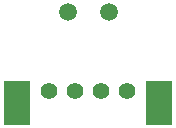
<source format=gts>
G04 ---------------------------- Layer name :TOP SOLDER LAYER*
G04 easyEDA 0.1*
G04 Scale: 100 percent, Rotated: No, Reflected: No *
G04 Dimensions in inches *
G04 leading zeros omitted , absolute positions ,2 integer and 4 * 
%FSLAX24Y24*%
%MOIN*%
G90*
G70D02*

%ADD11R,0.086740X0.145790*%
%ADD12C,0.055240*%
%ADD14C,0.059181*%

%LPD*%
G54D11*
G01X3559Y715D03*
G54D12*
G01X4615Y1132D03*
G01X5484Y1130D03*
G01X6357Y1132D03*
G01X7226Y1126D03*
G54D11*
G01X8271Y715D03*
G54D14*
G01X6611Y3757D03*
G01X5255Y3748D03*

M00*
M02*
</source>
